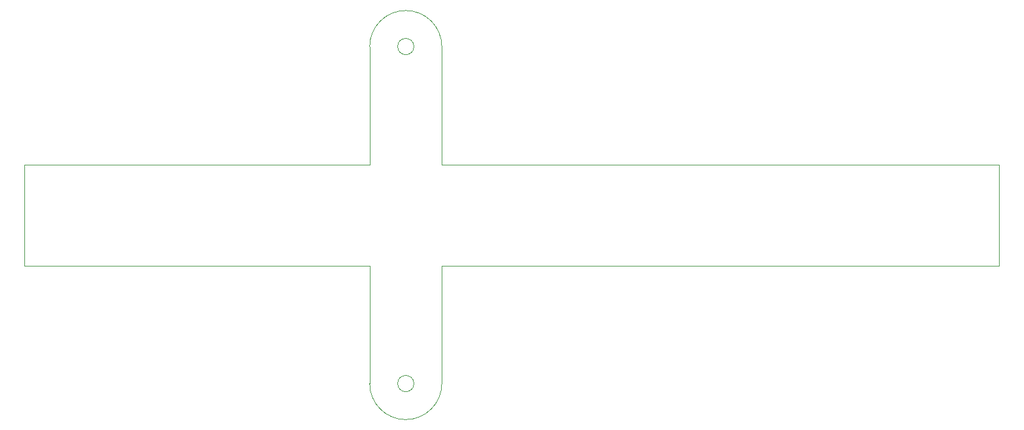
<source format=gbr>
%TF.GenerationSoftware,KiCad,Pcbnew,8.0.4*%
%TF.CreationDate,2024-07-29T20:22:53+02:00*%
%TF.ProjectId,WH148,57483134-382e-46b6-9963-61645f706362,rev?*%
%TF.SameCoordinates,Original*%
%TF.FileFunction,Profile,NP*%
%FSLAX46Y46*%
G04 Gerber Fmt 4.6, Leading zero omitted, Abs format (unit mm)*
G04 Created by KiCad (PCBNEW 8.0.4) date 2024-07-29 20:22:53*
%MOMM*%
%LPD*%
G01*
G04 APERTURE LIST*
%TA.AperFunction,Profile*%
%ADD10C,0.050000*%
%TD*%
G04 APERTURE END LIST*
D10*
X131021444Y-89781600D02*
X131021444Y-73782300D01*
X140795044Y-89781600D02*
X216342870Y-89781600D01*
X140795044Y-103505000D02*
X140795044Y-119504300D01*
X137008244Y-119504300D02*
G75*
G02*
X134808244Y-119504300I-1100000J0D01*
G01*
X134808244Y-119504300D02*
G75*
G02*
X137008244Y-119504300I1100000J0D01*
G01*
X131021444Y-73782300D02*
G75*
G02*
X140795044Y-73782300I4886800J0D01*
G01*
X131021444Y-89781600D02*
X84251470Y-89781600D01*
X140795044Y-119504300D02*
G75*
G02*
X131021444Y-119504300I-4886800J0D01*
G01*
X216342870Y-89781600D02*
X216342870Y-103505000D01*
X140795044Y-73782300D02*
X140795044Y-89781600D01*
X84251470Y-103505000D02*
X84251470Y-89781600D01*
X131021444Y-103505000D02*
X84251470Y-103505000D01*
X131021444Y-103505000D02*
X131021444Y-119504300D01*
X216342870Y-103505000D02*
X140795044Y-103505000D01*
X137008244Y-73782300D02*
G75*
G02*
X134808244Y-73782300I-1100000J0D01*
G01*
X134808244Y-73782300D02*
G75*
G02*
X137008244Y-73782300I1100000J0D01*
G01*
M02*

</source>
